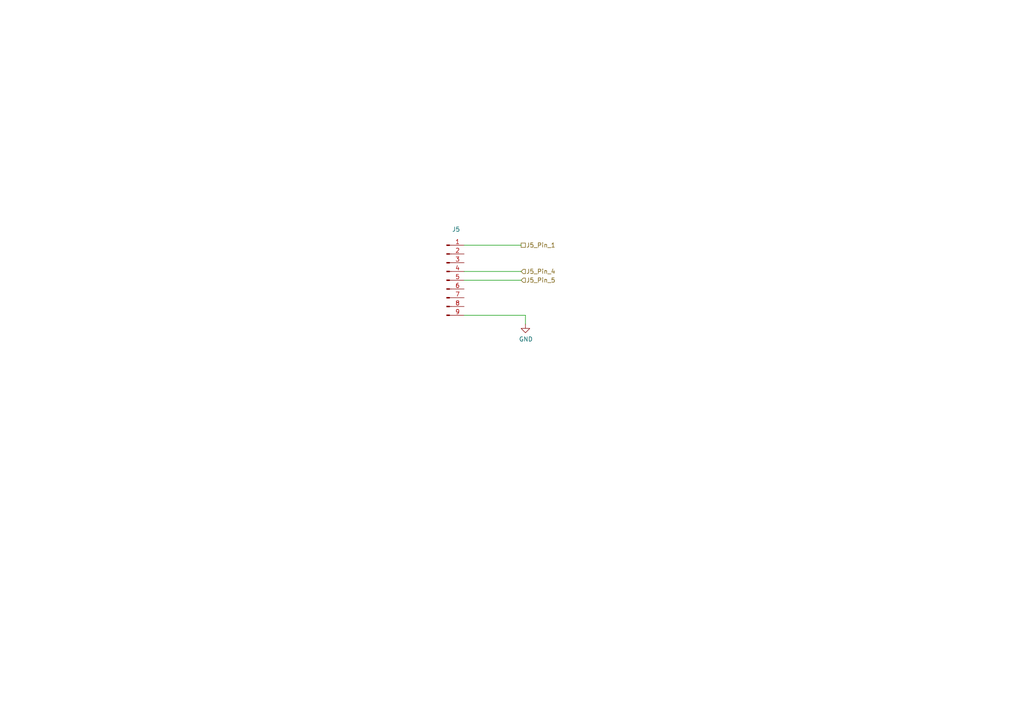
<source format=kicad_sch>
(kicad_sch (version 20211123) (generator eeschema)
  (paper "A4")
  (title_block (title "Project Mowgli") (date "2022-05-22") (rev "1.0.1") (comment 1 "(c) CyberNet / cn@warp.at") (comment 2 "https://github.com/cloudn1ne/Mowgli"))
  (lib_symbols
    (symbol "Connector:Conn_01x09_Male" (pin_names (offset 1.016) hide)
      (property "Reference" "J" (at 0 12.7 0))
      (property "Value" "Conn_01x09_Male" (at 0 -12.7 0))
      (symbol "Conn_01x09_Male_1_1"
        (polyline (pts (xy 1.27 -10.16) (xy 0.8636 -10.16)) (stroke (width 0.1524)))
        (polyline (pts (xy 1.27 -7.62) (xy 0.8636 -7.62)) (stroke (width 0.1524)))
        (polyline (pts (xy 1.27 -5.08) (xy 0.8636 -5.08)) (stroke (width 0.1524)))
        (polyline (pts (xy 1.27 -2.54) (xy 0.8636 -2.54)) (stroke (width 0.1524)))
        (polyline (pts (xy 1.27 0) (xy 0.8636 0)) (stroke (width 0.1524)))
        (polyline (pts (xy 1.27 2.54) (xy 0.8636 2.54)) (stroke (width 0.1524)))
        (polyline (pts (xy 1.27 5.08) (xy 0.8636 5.08)) (stroke (width 0.1524)))
        (polyline (pts (xy 1.27 7.62) (xy 0.8636 7.62)) (stroke (width 0.1524)))
        (polyline (pts (xy 1.27 10.16) (xy 0.8636 10.16)) (stroke (width 0.1524)))
        (rectangle (start 0.8636 -10.033) (end 0 -10.287) (stroke (width 0.1524)) (fill (type outline)))
        (rectangle (start 0.8636 -7.493) (end 0 -7.747) (stroke (width 0.1524)) (fill (type outline)))
        (rectangle (start 0.8636 -4.953) (end 0 -5.207) (stroke (width 0.1524)) (fill (type outline)))
        (rectangle (start 0.8636 -2.413) (end 0 -2.667) (stroke (width 0.1524)) (fill (type outline)))
        (rectangle (start 0.8636 0.127) (end 0 -0.127) (stroke (width 0.1524)) (fill (type outline)))
        (rectangle (start 0.8636 2.667) (end 0 2.413) (stroke (width 0.1524)) (fill (type outline)))
        (rectangle (start 0.8636 5.207) (end 0 4.953) (stroke (width 0.1524)) (fill (type outline)))
        (rectangle (start 0.8636 7.747) (end 0 7.493) (stroke (width 0.1524)) (fill (type outline)))
        (rectangle (start 0.8636 10.287) (end 0 10.033) (stroke (width 0.1524)) (fill (type outline)))
        (pin passive line (at 5.08 10.16 180) (length 3.81) (name "Pin_1") (number "1"))
        (pin passive line (at 5.08 7.62 180) (length 3.81) (name "Pin_2") (number "2"))
        (pin passive line (at 5.08 5.08 180) (length 3.81) (name "Pin_3") (number "3"))
        (pin passive line (at 5.08 2.54 180) (length 3.81) (name "Pin_4") (number "4"))
        (pin passive line (at 5.08 0 180) (length 3.81) (name "Pin_5") (number "5"))
        (pin passive line (at 5.08 -2.54 180) (length 3.81) (name "Pin_6") (number "6"))
        (pin passive line (at 5.08 -5.08 180) (length 3.81) (name "Pin_7") (number "7"))
        (pin passive line (at 5.08 -7.62 180) (length 3.81) (name "Pin_8") (number "8"))
        (pin passive line (at 5.08 -10.16 180) (length 3.81) (name "Pin_9") (number "9"))
      )
    )
    (symbol "power:GND" (power) (pin_names (offset 0))
      (property "Value" "GND" (at 0 -3.81 0))
      (symbol "GND_0_1"
        (polyline (pts (xy 0 0) (xy 0 -1.27) (xy 1.27 -1.27) (xy 0 -2.54) (xy -1.27 -1.27) (xy 0 -1.27)))
      )
      (symbol "GND_1_1"
        (pin power_in line (at 0 0 270) (length 0) hide (name "GND") (number "1"))
      )
    )
  )
  (wire (pts (xy 151.13 78.74) (xy 134.62 78.74)))
  (wire (pts (xy 134.62 91.44) (xy 152.4 91.44)))
  (wire (pts (xy 134.62 81.28) (xy 151.13 81.28)))
  (wire (pts (xy 151.13 71.12) (xy 134.62 71.12)))
  (wire (pts (xy 152.4 91.44) (xy 152.4 93.98)))
  (hierarchical_label "J5_Pin_5" (shape input) (at 151.13 81.28 0))
  (hierarchical_label "J5_Pin_4" (shape input) (at 151.13 78.74 0))
  (hierarchical_label "J5_Pin_1" (shape passive) (at 151.13 71.12 0))
  (symbol (lib_id "Connector:Conn_01x09_Male") (at 129.54 81.28 0) (unit 1)
    (property "Reference" "J5" (at 132.2832 66.5226 0))
  )
  (symbol (lib_id "power:GND") (at 152.4 93.98 0) (unit 1)
    (property "Reference" "#PWR0110" (effects hide))
  )
)
</source>
